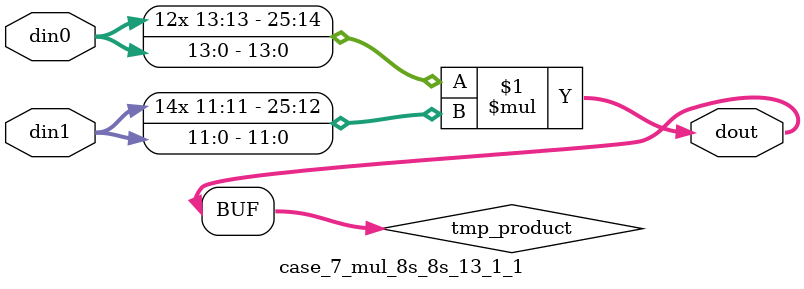
<source format=v>

`timescale 1 ns / 1 ps

 module case_7_mul_8s_8s_13_1_1(din0, din1, dout);
parameter ID = 1;
parameter NUM_STAGE = 0;
parameter din0_WIDTH = 14;
parameter din1_WIDTH = 12;
parameter dout_WIDTH = 26;

input [din0_WIDTH - 1 : 0] din0; 
input [din1_WIDTH - 1 : 0] din1; 
output [dout_WIDTH - 1 : 0] dout;

wire signed [dout_WIDTH - 1 : 0] tmp_product;



























assign tmp_product = $signed(din0) * $signed(din1);








assign dout = tmp_product;





















endmodule

</source>
